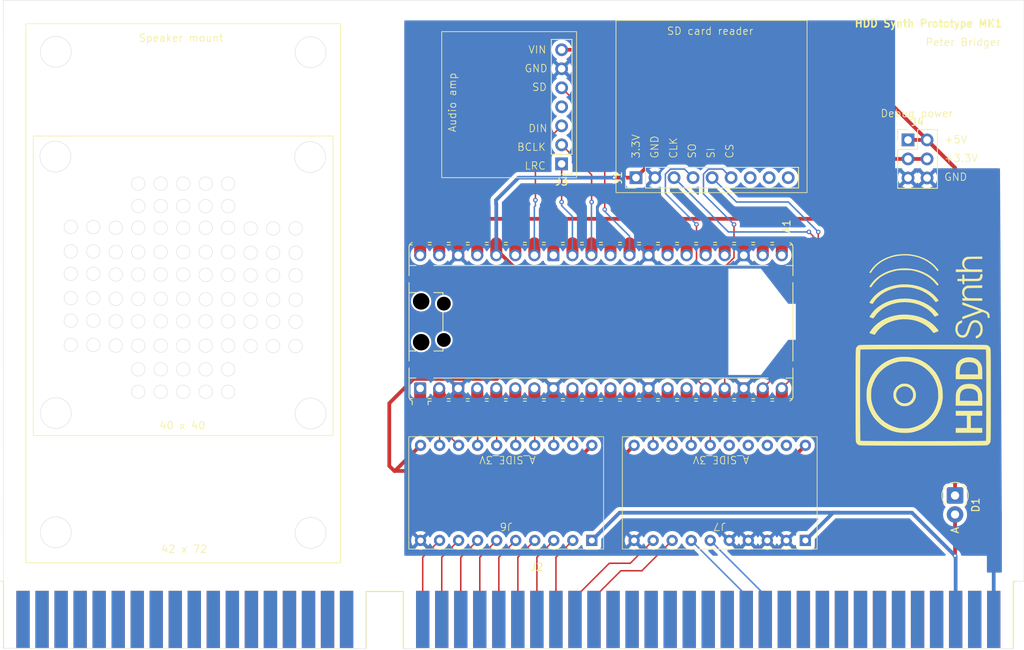
<source format=kicad_pcb>
(kicad_pcb (version 20241229) (generator "pcbnew") (generator_version "9.0")
  (layers (0 "F.Cu" signal) (2 "B.Cu" signal) (13 "F.Paste" user) (15 "B.Paste" user) (5 "F.SilkS" user "F.Silkscreen") (7 "B.SilkS" user "B.Silkscreen") (1 "F.Mask" user) (3 "B.Mask" user) (25 "Edge.Cuts" user))
  (net 0 "")
  (net 1 "Net-(A1-VSYS)")
  (net 2 "/A7")
  (net 3 "GND")
  (net 5 "/A1")
  (net 7 "/A5")
  (net 8 "/A4")
  (net 12 "/A3")
  (net 14 "/A9")
  (net 15 "/A8")
  (net 16 "/A6")
  (net 17 "/A2")
  (net 19 "/A0")
  (net 24 "/IOW")
  (net 25 "/IOR")
  (net 26 "+5V")
  (net 74 "/5V_A2")
  (net 75 "/5V_A8")
  (net 76 "/5V_A4")
  (net 77 "/5V_A3")
  (net 78 "/5V_A9")
  (net 79 "/5V_A6")
  (net 80 "/5V_A5")
  (net 81 "/5V_A1")
  (net 82 "/5V_A0")
  (net 83 "/5V_A7")
  (net 84 "+3.3V")
  (net 85 "/5V_IOR")
  (net 86 "/5V_IOW")
  (net 87 "/SD_SO")
  (net 88 "/SD_CLK")
  (net 89 "/I2S_SD")
  (net 90 "/I2S_LRC")
  (net 91 "/SD_SI")
  (net 92 "/I2S_DIN")
  (net 95 "/I2S_BCLK")
  (net 102 "/SD_CS")
  (footprint "Diode_THT:D_DO-41_SOD81_P2.54mm_Vertical_AnodeUp" (layer "F.Cu") (at 198 119.947818 -90)
    (property "Reference" "D1")
    (property "Value" "1N5817")
  )
  (footprint "CustomGraphics:HDDSynth_Small" (layer "F.Cu") (at 193.750008 99.469301 90)
    (property "Reference" "G***" (hide yes))
    (property "Value" "LOGO" (hide yes))
  )
  (footprint "Connector_PinHeader_2.54mm:PinHeader_2x03_P2.54mm_Vertical" (layer "F.Cu") (at 191.725 72.46)
    (property "Reference" "J4")
    (property "Value" "Conn_02x03_Counter_Clockwise")
  )
  (footprint "Module:RaspberryPi_Pico_Common_Unspecified" (layer "F.Cu") (at 150.75 96.75 90)
    (property "Reference" "A1")
    (property "Value" "RaspberryPi_Pico")
  )
  (footprint "CustomGraphics:TXS0108E_2x10_Header2" (layer "F.Cu") (at 166.6 119.6 180)
    (property "Reference" "J7")
    (property "Value" "Conn_02x10_Counter_Clockwise")
  )
  (footprint "Connector_PinHeader_2.54mm:PinHeader_1x07_P2.54mm_Vertical" (layer "F.Cu") (at 145.5 75.66 180)
    (property "Reference" "J3")
    (property "Value" "Conn_01x07")
  )
  (footprint "Connector_PinHeader_2.54mm:PinHeader_1x09_P2.54mm_Vertical" (layer "F.Cu") (at 155.42 77.5 90)
    (property "Reference" "J1")
    (property "Value" "Conn_01x09")
  )
  (footprint "CustomGraphics:TXS0108E_2x10_Header2" (layer "F.Cu") (at 138.1 119.6 180)
    (property "Reference" "J6")
    (property "Value" "Conn_02x10_Counter_Clockwise")
  )
  (footprint "Connector_PCBEdge:BUS_AT" (layer "F.Cu") (at 203.16 136.5)
    (property "Reference" "J2")
    (property "Value" "Bus_ISA_8bit")
  )
  (gr_rect (start 74 56.938447) (end 116 128.938447) (stroke (width 0.1)) (fill no) (layer "F.SilkS"))
  (gr_rect (start 152.75 56.5) (end 178.25 79.5) (stroke (width 0.1)) (fill no) (layer "F.SilkS"))
  (gr_rect (start 129.5 58) (end 147.5 77.5) (stroke (width 0.1)) (fill no) (layer "F.SilkS"))
  (gr_rect (start 75 71.938447) (end 115 111.938447) (stroke (width 0.1)) (fill no) (layer "F.SilkS"))
  (gr_circle (center 78 124.876894) (end 80 124.376894) (stroke (width 0.05)) (fill no) (layer "Edge.Cuts"))
  (gr_circle (center 110 90.55) (end 110.5 89.8) (stroke (width 0.05)) (fill no) (layer "Edge.Cuts"))
  (gr_circle (center 95 81.301388) (end 95.5 80.551388) (stroke (width 0.05)) (fill no) (layer "Edge.Cuts"))
  (gr_circle (center 80 90.339835) (end 80.5 89.589835) (stroke (width 0.05)) (fill no) (layer "Edge.Cuts"))
  (gr_circle (center 95 84.188447) (end 95.5 83.438447) (stroke (width 0.05)) (fill no) (layer "Edge.Cuts"))
  (gr_circle (center 80 93.589835) (end 80.5 92.839835) (stroke (width 0.05)) (fill no) (layer "Edge.Cuts"))
  (gr_circle (center 89 84.188447) (end 89.5 83.438447) (stroke (width 0.05)) (fill no) (layer "Edge.Cuts"))
  (gr_circle (center 92 106.101388) (end 92.5 105.351388) (stroke (width 0.05)) (fill no) (layer "Edge.Cuts"))
  (gr_circle (center 104 84.287059) (end 104.5 83.537059) (stroke (width 0.05)) (fill no) (layer "Edge.Cuts"))
  (gr_circle (center 98 84.188447) (end 98.5 83.438447) (stroke (width 0.05)) (fill no) (layer "Edge.Cuts"))
  (gr_circle (center 98 81.301388) (end 98.5 80.551388) (stroke (width 0.05)) (fill no) (layer "Edge.Cuts"))
  (gr_circle (center 95 106.101388) (end 95.5 105.351388) (stroke (width 0.05)) (fill no) (layer "Edge.Cuts"))
  (gr_circle (center 83 99.839835) (end 83.5 99.089835) (stroke (width 0.05)) (fill no) (layer "Edge.Cuts"))
  (gr_circle (center 98 87.438447) (end 98.5 86.688447) (stroke (width 0.05)) (fill no) (layer "Edge.Cuts"))
  (gr_circle (center 95 103.101388) (end 95.5 102.351388) (stroke (width 0.05)) (fill no) (layer "Edge.Cuts"))
  (gr_circle (center 80 96.589835) (end 80.5 95.839835) (stroke (width 0.05)) (fill no) (layer "Edge.Cuts"))
  (gr_circle (center 101 93.738447) (end 101.5 92.988447) (stroke (width 0.05)) (fill no) (layer "Edge.Cuts"))
  (gr_circle (center 110 93.8) (end 110.5 93.05) (stroke (width 0.05)) (fill no) (layer "Edge.Cuts"))
  (gr_circle (center 92 78.301388) (end 92.5 77.551388) (stroke (width 0.05)) (fill no) (layer "Edge.Cuts"))
  (gr_circle (center 86 84.188447) (end 86.5 83.438447) (stroke (width 0.05)) (fill no) (layer "Edge.Cuts"))
  (gr_circle (center 98 99.938447) (end 98.5 99.188447) (stroke (width 0.05)) (fill no) (layer "Edge.Cuts"))
  (gr_circle (center 89 90.438447) (end 89.5 89.688447) (stroke (width 0.05)) (fill no) (layer "Edge.Cuts"))
  (gr_poly (pts (xy 205.8 140.4) (xy 124.4 140.4) (xy 124.4 132.8) (xy 119.4 132.8) (xy 119.4 140.4) (xy 71.01 140.35) (xy 71 53.8) (xy 207.2 53.8) (xy 207.2 131.4) (xy 205.8 131.4)) (stroke (width 0.05)) (fill no) (layer "Edge.Cuts"))
  (gr_circle (center 92 87.438447) (end 92.5 86.688447) (stroke (width 0.05)) (fill no) (layer "Edge.Cuts"))
  (gr_circle (center 107 87.537059) (end 107.5 86.787059) (stroke (width 0.05)) (fill no) (layer "Edge.Cuts"))
  (gr_circle (center 101 96.688447) (end 101.5 95.938447) (stroke (width 0.05)) (fill no) (layer "Edge.Cuts"))
  (gr_circle (center 95 90.438447) (end 95.5 89.688447) (stroke (width 0.05)) (fill no) (layer "Edge.Cuts"))
  (gr_circle (center 92 96.688447) (end 92.5 95.938447) (stroke (width 0.05)) (fill no) (layer "Edge.Cuts"))
  (gr_circle (center 101 81.301388) (end 101.5 80.551388) (stroke (width 0.05)) (fill no) (layer "Edge.Cuts"))
  (gr_circle (center 80 99.839835) (end 80.5 99.089835) (stroke (width 0.05)) (fill no) (layer "Edge.Cuts"))
  (gr_circle (center 86 90.438447) (end 86.5 89.688447) (stroke (width 0.05)) (fill no) (layer "Edge.Cuts"))
  (gr_circle (center 83 87.339835) (end 83.5 86.589835) (stroke (width 0.05)) (fill no) (layer "Edge.Cuts"))
  (gr_circle (center 101 87.438447) (end 101.5 86.688447) (stroke (width 0.05)) (fill no) (layer "Edge.Cuts"))
  (gr_circle (center 95 87.438447) (end 95.5 86.688447) (stroke (width 0.05)) (fill no) (layer "Edge.Cuts"))
  (gr_circle (center 112 109) (end 114 108.5) (stroke (width 0.05)) (fill no) (layer "Edge.Cuts"))
  (gr_circle (center 111.938447 74.75) (end 113.938447 74.25) (stroke (width 0.05)) (fill no) (layer "Edge.Cuts"))
  (gr_circle (center 86 87.438447) (end 86.5 86.688447) (stroke (width 0.05)) (fill no) (layer "Edge.Cuts"))
  (gr_circle (center 98 93.738447) (end 98.5 92.988447) (stroke (width 0.05)) (fill no) (layer "Edge.Cuts"))
  (gr_circle (center 110 84.287059) (end 110.5 83.537059) (stroke (width 0.05)) (fill no) (layer "Edge.Cuts"))
  (gr_circle (center 101 99.938447) (end 101.5 99.188447) (stroke (width 0.05)) (fill no) (layer "Edge.Cuts"))
  (gr_circle (center 80 84.089835) (end 80.5 83.339835) (stroke (width 0.05)) (fill no) (layer "Edge.Cuts"))
  (gr_circle (center 104 96.75) (end 104.5 96) (stroke (width 0.05)) (fill no) (layer "Edge.Cuts"))
  (gr_circle (center 98 96.688447) (end 98.5 95.938447) (stroke (width 0.05)) (fill no) (layer "Edge.Cuts"))
  (gr_circle (center 98 106.101388) (end 98.5 105.351388) (stroke (width 0.05)) (fill no) (layer "Edge.Cuts"))
  (gr_circle (center 107 96.75) (end 107.5 96) (stroke (width 0.05)) (fill no) (layer "Edge.Cuts"))
  (gr_circle (center 92 103.101388) (end 92.5 102.351388) (stroke (width 0.05)) (fill no) (layer "Edge.Cuts"))
  (gr_circle (center 92 99.938447) (end 92.5 99.188447) (stroke (width 0.05)) (fill no) (layer "Edge.Cuts"))
  (gr_circle (center 89 99.938447) (end 89.5 99.188447) (stroke (width 0.05)) (fill no) (layer "Edge.Cuts"))
  (gr_circle (center 89 103.101388) (end 89.5 102.351388) (stroke (width 0.05)) (fill no) (layer "Edge.Cuts"))
  (gr_circle (center 89 78.301388) (end 89.5 77.551388) (stroke (width 0.05)) (fill no) (layer "Edge.Cuts"))
  (gr_circle (center 101 78.301388) (end 101.5 77.551388) (stroke (width 0.05)) (fill no) (layer "Edge.Cuts"))
  (gr_circle (center 101 106.101388) (end 101.5 105.351388) (stroke (width 0.05)) (fill no) (layer "Edge.Cuts"))
  (gr_circle (center 89 106.101388) (end 89.5 105.351388) (stroke (width 0.05)) (fill no) (layer "Edge.Cuts"))
  (gr_circle (center 86 93.688447) (end 86.5 92.938447) (stroke (width 0.05)) (fill no) (layer "Edge.Cuts"))
  (gr_circle (center 101 103.101388) (end 101.5 102.351388) (stroke (width 0.05)) (fill no) (layer "Edge.Cuts"))
  (gr_circle (center 104 90.55) (end 104.5 89.8) (stroke (width 0.05)) (fill no) (layer "Edge.Cuts"))
  (gr_circle (center 89 93.688447) (end 89.5 92.938447) (stroke (width 0.05)) (fill no) (layer "Edge.Cuts"))
  (gr_circle (center 86 99.938447) (end 86.5 99.188447) (stroke (width 0.05)) (fill no) (layer "Edge.Cuts"))
  (gr_circle (center 98 78.301388) (end 98.5 77.551388) (stroke (width 0.05)) (fill no) (layer "Edge.Cuts"))
  (gr_circle (center 89 96.688447) (end 89.5 95.938447) (stroke (width 0.05)) (fill no) (layer "Edge.Cuts"))
  (gr_circle (center 107 84.287059) (end 107.5 83.537059) (stroke (width 0.05)) (fill no) (layer "Edge.Cuts"))
  (gr_circle (center 107 90.55) (end 107.5 89.8) (stroke (width 0.05)) (fill no) (layer "Edge.Cuts"))
  (gr_circle (center 95 78.301388) (end 95.5 77.551388) (stroke (width 0.05)) (fill no) (layer "Edge.Cuts"))
  (gr_circle (center 107 100) (end 107.5 99.25) (stroke (width 0.05)) (fill no) (layer "Edge.Cuts"))
  (gr_circle (center 83 96.589835) (end 83.5 95.839835) (stroke (width 0.05)) (fill no) (layer "Edge.Cuts"))
  (gr_circle (center 78 108.938447) (end 80 108.438447) (stroke (width 0.05)) (fill no) (layer "Edge.Cuts"))
  (gr_circle (center 86 96.688447) (end 86.5 95.938447) (stroke (width 0.05)) (fill no) (layer "Edge.Cuts"))
  (gr_circle (center 112 124.938447) (end 114 124.438447) (stroke (width 0.05)) (fill no) (layer "Edge.Cuts"))
  (gr_circle (center 110 100) (end 110.5 99.25) (stroke (width 0.05)) (fill no) (layer "Edge.Cuts"))
  (gr_circle (center 101 90.488447) (end 101.5 89.738447) (stroke (width 0.05)) (fill no) (layer "Edge.Cuts"))
  (gr_circle (center 95 93.688447) (end 95.5 92.938447) (stroke (width 0.05)) (fill no) (layer "Edge.Cuts"))
  (gr_circle (center 83 93.589835) (end 83.5 92.839835) (stroke (width 0.05)) (fill no) (layer "Edge.Cuts"))
  (gr_circle (center 77.938447 74.688447) (end 79.938447 74.188447) (stroke (width 0.05)) (fill no) (layer "Edge.Cuts"))
  (gr_circle (center 80 87.339835) (end 80.5 86.589835) (stroke (width 0.05)) (fill no) (layer "Edge.Cuts"))
  (gr_circle (center 89 81.301388) (end 89.5 80.551388) (stroke (width 0.05)) (fill no) (layer "Edge.Cuts"))
  (gr_circle (center 112 60.75) (end 114 60.25) (stroke (width 0.05)) (fill no) (layer "Edge.Cuts"))
  (gr_circle (center 78 60.688447) (end 80 60.188447) (stroke (width 0.05)) (fill no) (layer "Edge.Cuts"))
  (gr_circle (center 107 93.8) (end 107.5 93.05) (stroke (width 0.05)) (fill no) (layer "Edge.Cuts"))
  (gr_circle (center 92 81.301388) (end 92.5 80.551388) (stroke (width 0.05)) (fill no) (layer "Edge.Cuts"))
  (gr_circle (center 92 93.688447) (end 92.5 92.938447) (stroke (width 0.05)) (fill no) (layer "Edge.Cuts"))
  (gr_circle (center 92 90.438447) (end 92.5 89.688447) (stroke (width 0.05)) (fill no) (layer "Edge.Cuts"))
  (gr_circle (center 89 87.438447) (end 89.5 86.688447) (stroke (width 0.05)) (fill no) (layer "Edge.Cuts"))
  (gr_circle (center 98 103.101388) (end 98.5 102.351388) (stroke (width 0.05)) (fill no) (layer "Edge.Cuts"))
  (gr_circle (center 110 87.537059) (end 110.5 86.787059) (stroke (width 0.05)) (fill no) (layer "Edge.Cuts"))
  (gr_circle (center 104 93.75) (end 104.5 93) (stroke (width 0.05)) (fill no) (layer "Edge.Cuts"))
  (gr_circle (center 101 84.188447) (end 101.5 83.438447) (stroke (width 0.05)) (fill no) (layer "Edge.Cuts"))
  (gr_circle (center 104 87.537059) (end 104.5 86.787059) (stroke (width 0.05)) (fill no) (layer "Edge.Cuts"))
  (gr_circle (center 110 96.75) (end 110.5 96) (stroke (width 0.05)) (fill no) (layer "Edge.Cuts"))
  (gr_circle (center 83 90.339835) (end 83.5 89.589835) (stroke (width 0.05)) (fill no) (layer "Edge.Cuts"))
  (gr_circle (center 83 84.089835) (end 83.5 83.339835) (stroke (width 0.05)) (fill no) (layer "Edge.Cuts"))
  (gr_circle (center 98 90.488447) (end 98.5 89.738447) (stroke (width 0.05)) (fill no) (layer "Edge.Cuts"))
  (gr_circle (center 95 99.938447) (end 95.5 99.188447) (stroke (width 0.05)) (fill no) (layer "Edge.Cuts"))
  (gr_circle (center 95 96.688447) (end 95.5 95.938447) (stroke (width 0.05)) (fill no) (layer "Edge.Cuts"))
  (gr_circle (center 92 84.188447) (end 92.5 83.438447) (stroke (width 0.05)) (fill no) (layer "Edge.Cuts"))
  (gr_circle (center 104 100) (end 104.5 99.25) (stroke (width 0.05)) (fill no) (layer "Edge.Cuts"))
  (gr_text "Audio amp" (at 131.5 71.5 90) (layer "F.SilkS") (effects (font (size 1 1) (thickness 0.1)) (justify left bottom)))
  (gr_text "SI" (at 166 75 90) (layer "F.SilkS") (effects (font (size 1 1) (thickness 0.1)) (justify left bottom)))
  (gr_text "GND" (at 140.5 63.5 0) (layer "F.SilkS") (effects (font (size 1 1) (thickness 0.1)) (justify left bottom)))
  (gr_text "GND" (at 196.5 78 0) (layer "F.SilkS") (effects (font (size 1 1) (thickness 0.1)) (justify left bottom)))
  (gr_text "Debug power" (at 188 69.5 0) (layer "F.SilkS") (effects (font (size 1 1) (thickness 0.1)) (justify left bottom)))
  (gr_text "CLK" (at 161 75 90) (layer "F.SilkS") (effects (font (size 1 1) (thickness 0.1)) (justify left bottom)))
  (gr_text "+5V" (at 196.5 73 0) (layer "F.SilkS") (effects (font (size 1 1) (thickness 0.1)) (justify left bottom)))
  (gr_text "LRC" (at 140.5 76.5 0) (layer "F.SilkS") (effects (font (size 1 1) (thickness 0.1)) (justify left bottom)))
  (gr_text "BCLK" (at 139.5 74 0) (layer "F.SilkS") (effects (font (size 1 1) (thickness 0.1)) (justify left bottom)))
  (gr_text "SD" (at 141.5 66 0) (layer "F.SilkS") (effects (font (size 1 1) (thickness 0.1)) (justify left bottom)))
  (gr_text "Speaker mount" (at 89 59.438447 0) (layer "F.SilkS") (effects (font (size 1 1) (thickness 0.1)) (justify left bottom)))
  (gr_text "SO" (at 163.5 75 90) (layer "F.SilkS") (effects (font (size 1 1) (thickness 0.1)) (justify left bottom)))
  (gr_text "HDD Synth Prototype MK1" (at 184.5 57.5 0) (layer "F.SilkS") (effects (font (size 1 1) (thickness 0.2) (bold yes)) (justify left bottom)))
  (gr_text "SD card reader" (at 159.5 58.5 0) (layer "F.SilkS") (effects (font (size 1 1) (thickness 0.1)) (justify left bottom)))
  (gr_text "Peter Bridger" (at 194 60 0) (layer "F.SilkS") (effects (font (size 1 1) (thickness 0.1)) (justify left bottom)))
  (gr_text "CS" (at 168.5 75 90) (layer "F.SilkS") (effects (font (size 1 1) (thickness 0.1)) (justify left bottom)))
  (gr_text "40 x 40" (at 91.75 111.188447 0) (layer "F.SilkS") (effects (font (size 1 1) (thickness 0.1)) (justify left bottom)))
  (gr_text "GND" (at 158.5 75 90) (layer "F.SilkS") (effects (font (size 1 1) (thickness 0.1)) (justify left bottom)))
  (gr_text "DIN" (at 141 71.5 0) (layer "F.SilkS") (effects (font (size 1 1) (thickness 0.1)) (justify left bottom)))
  (gr_text "42 x 72" (at 92 127.688447 0) (layer "F.SilkS") (effects (font (size 1 1) (thickness 0.1)) (justify left bottom)))
  (gr_text "3.3V" (at 156 75 90) (layer "F.SilkS") (effects (font (size 1 1) (thickness 0.1)) (justify left bottom)))
  (gr_text "VIN" (at 141 61 0) (layer "F.SilkS") (effects (font (size 1 1) (thickness 0.1)) (justify left bottom)))
  (gr_text "+3.3V" (at 196.5 75.5 0) (layer "F.SilkS") (effects (font (size 1 1) (thickness 0.1)) (justify left bottom)))
  (segment (start 133.183746 83) (end 189.75 83) (width 0.5) (layer "F.Cu") (net 1))
  (segment (start 191.725 72.46) (end 194.265 72.46) (width 0.5) (layer "F.Cu") (net 1))
  (segment (start 129.16 87.86) (end 129.16 87.023746) (width 0.5) (layer "F.Cu") (net 1))
  (segment (start 145.5 60.42) (end 182.225 60.42) (width 0.5) (layer "F.Cu") (net 1))
  (segment (start 198 91) (end 198 119.947818) (width 0.5) (layer "F.Cu") (net 1))
  (segment (start 189.75 83) (end 197.75 91) (width 0.5) (layer "F.Cu") (net 1))
  (segment (start 129.16 87.023746) (end 133.183746 83) (width 0.5) (layer "F.Cu") (net 1))
  (segment (start 198 91) (end 198 76.195) (width 0.5) (layer "F.Cu") (net 1))
  (segment (start 197.75 91) (end 198 91) (width 0.5) (layer "F.Cu") (net 1))
  (segment (start 182.225 60.42) (end 198 76.195) (width 0.5) (layer "F.Cu") (net 1))
  (segment (start 198 76.195) (end 194.265 72.46) (width 0.5) (layer "F.Cu") (net 1))
  (segment (start 146.99 108.93) (end 149.48 106.44) (width 0.2) (layer "F.Cu") (net 2))
  (segment (start 146.99 113.25) (end 146.99 108.93) (width 0.2) (layer "F.Cu") (net 2))
  (segment (start 203.16 136.5) (end 203.16 128.41) (width 0.5) (layer "B.Cu") (net 3))
  (segment (start 203.16 128.41) (end 203 128.25) (width 0.2) (layer "B.Cu") (net 3))
  (segment (start 130.594 107.074) (end 129.16 105.64) (width 0.2) (layer "F.Cu") (net 5))
  (segment (start 131.75 113.25) (end 130.594 112.094) (width 0.2) (layer "F.Cu") (net 5))
  (segment (start 130.594 112.094) (end 130.594 107.074) (width 0.2) (layer "F.Cu") (net 5))
  (segment (start 141.91 113.25) (end 141.91 106.49) (width 0.2) (layer "F.Cu") (net 7))
  (segment (start 141.91 106.49) (end 141.86 106.44) (width 0.2) (layer "F.Cu") (net 7))
  (segment (start 139.37 106.49) (end 139.32 106.44) (width 0.2) (layer "F.Cu") (net 8))
  (segment (start 139.37 113.25) (end 139.37 106.49) (width 0.2) (layer "F.Cu") (net 8))
  (segment (start 136.83 113.25) (end 136.83 106.49) (width 0.2) (layer "F.Cu") (net 12))
  (segment (start 136.83 106.49) (end 136.78 106.44) (width 0.2) (layer "F.Cu") (net 12))
  (segment (start 160.25 112.13) (end 154.56 106.44) (width 0.2) (layer "F.Cu") (net 14))
  (segment (start 160.25 113.25) (end 160.25 112.13) (width 0.2) (layer "F.Cu") (net 14))
  (segment (start 157.71 112.13) (end 152.02 106.44) (width 0.2) (layer "F.Cu") (net 15))
  (segment (start 157.71 113.25) (end 157.71 112.13) (width 0.2) (layer "F.Cu") (net 15))
  (segment (start 144.45 108.93) (end 146.94 106.44) (width 0.2) (layer "F.Cu") (net 16))
  (segment (start 144.45 113.25) (end 144.45 108.93) (width 0.2) (layer "F.Cu") (net 16))
  (segment (start 134.29 113.25) (end 134.29 106.49) (width 0.2) (layer "F.Cu") (net 17))
  (segment (start 134.29 106.49) (end 134.24 106.44) (width 0.2) (layer "F.Cu") (net 17))
  (segment (start 129.21 109.03) (end 126.62 106.44) (width 0.2) (layer "F.Cu") (net 19))
  (segment (start 129.21 113.25) (end 129.21 109.03) (width 0.2) (layer "F.Cu") (net 19))
  (segment (start 165.33 109.59) (end 162.18 106.44) (width 0.2) (layer "F.Cu") (net 24))
  (segment (start 165.33 113.25) (end 165.33 109.59) (width 0.2) (layer "F.Cu") (net 24))
  (segment (start 162.79 109.59) (end 159.64 106.44) (width 0.2) (layer "F.Cu") (net 25))
  (segment (start 162.79 113.25) (end 162.79 109.59) (width 0.2) (layer "F.Cu") (net 25))
  (segment (start 198 128) (end 198 122.487818) (width 0.5) (layer "F.Cu") (net 26))
  (via (at 198 128) (size 0.6) (drill 0.3) (layers "F.Cu" "B.Cu") (net 26))
  (segment (start 198.08 136.5) (end 198.08 133.58) (width 0.2) (layer "B.Cu") (net 26))
  (segment (start 198.08 128.08) (end 198 128) (width 0.2) (layer "B.Cu") (net 26))
  (segment (start 198.08 128.08) (end 192.25 122.25) (width 0.5) (layer "B.Cu") (net 26))
  (segment (start 182.5 122.25) (end 153.23 122.25) (width 0.5) (layer "B.Cu") (net 26))
  (segment (start 198.08 136.5) (end 198.08 128.08) (width 0.5) (layer "B.Cu") (net 26))
  (segment (start 178.03 125.95) (end 181.73 122.25) (width 0.5) (layer "B.Cu") (net 26))
  (segment (start 181.73 122.25) (end 182.5 122.25) (width 0.5) (layer "B.Cu") (net 26))
  (segment (start 192.25 122.25) (end 182.5 122.25) (width 0.5) (layer "B.Cu") (net 26))
  (segment (start 153.23 122.25) (end 149.53 125.95) (width 0.5) (layer "B.Cu") (net 26))
  (segment (start 132.04 136.5) (end 132.04 128.2) (width 0.2) (layer "F.Cu") (net 74))
  (segment (start 132.04 128.2) (end 134.29 125.95) (width 0.2) (layer "F.Cu") (net 74))
  (segment (start 147.28 136.5) (end 147.28 133.34) (width 0.2) (layer "F.Cu") (net 75))
  (segment (start 154.66 129) (end 157.71 125.95) (width 0.2) (layer "F.Cu") (net 75))
  (segment (start 147.28 133.58) (end 151.86 129) (width 0.2) (layer "F.Cu") (net 75))
  (segment (start 151.86 129) (end 154.66 129) (width 0.2) (layer "F.Cu") (net 75))
  (segment (start 147.28 136.5) (end 147.28 133.58) (width 0.2) (layer "F.Cu") (net 75))
  (segment (start 137.12 128.2) (end 139.37 125.95) (width 0.2) (layer "F.Cu") (net 76))
  (segment (start 137.12 136.5) (end 137.12 128.2) (width 0.2) (layer "F.Cu") (net 76))
  (segment (start 134.58 136.5) (end 134.58 128.2) (width 0.2) (layer "F.Cu") (net 77))
  (segment (start 134.58 128.2) (end 136.83 125.95) (width 0.2) (layer "F.Cu") (net 77))
  (segment (start 153.4 130) (end 156.25 130) (width 0.2) (layer "F.Cu") (net 78))
  (segment (start 149.82 136.5) (end 149.82 133.58) (width 0.2) (layer "F.Cu") (net 78))
  (segment (start 149.82 136.5) (end 149.82 133.34) (width 0.2) (layer "F.Cu") (net 78))
  (segment (start 156.25 130) (end 156.25 129.95) (width 0.2) (layer "F.Cu") (net 78))
  (segment (start 149.82 133.58) (end 153.4 130) (width 0.2) (layer "F.Cu") (net 78))
  (segment (start 156.25 129.95) (end 160.25 125.95) (width 0.2) (layer "F.Cu") (net 78))
  (segment (start 142.2 136.5) (end 142.2 128.2) (width 0.2) (layer "F.Cu") (net 79))
  (segment (start 142.2 128.2) (end 144.45 125.95) (width 0.2) (layer "F.Cu") (net 79))
  (segment (start 139.66 128.2) (end 141.91 125.95) (width 0.2) (layer "F.Cu") (net 80))
  (segment (start 139.66 136.5) (end 139.66 128.2) (width 0.2) (layer "F.Cu") (net 80))
  (segment (start 139.66 136.5) (end 140.1 136.06) (width 0.2) (layer "F.Cu") (net 80))
  (segment (start 129.5 136.5) (end 129.5 128.2) (width 0.2) (layer "F.Cu") (net 81))
  (segment (start 129.5 128.2) (end 131.75 125.95) (width 0.2) (layer "F.Cu") (net 81))
  (segment (start 126.96 136.5) (end 126.96 128.2) (width 0.2) (layer "F.Cu") (net 82))
  (segment (start 126.96 128.2) (end 129.21 125.95) (width 0.2) (layer "F.Cu") (net 82))
  (segment (start 144.74 136.5) (end 144.74 128.2) (width 0.2) (layer "F.Cu") (net 83))
  (segment (start 144.74 128.2) (end 146.99 125.95) (width 0.2) (layer "F.Cu") (net 83))
  (segment (start 123.17 116.67) (end 123.25 116.67) (width 0.5) (layer "F.Cu") (net 84))
  (segment (start 140.951 100.299) (end 136.866 104.384) (width 0.5) (layer "F.Cu") (net 84))
  (segment (start 155.17 113.25) (end 151.75 116.67) (width 0.5) (layer "F.Cu") (net 84))
  (segment (start 174.61 116.67) (end 151.75 116.67) (width 0.5) (layer "F.Cu") (net 84))
  (segment (start 122.5 107.633804) (end 122.5 116) (width 0.5) (layer "F.Cu") (net 84))
  (segment (start 136.78 87.089182) (end 140.951 91.260182) (width 0.5) (layer "F.Cu") (net 84))
  (segment (start 146.11 116.67) (end 123.25 116.67) (width 0.5) (layer "F.Cu") (net 84))
  (segment (start 149.53 113.25) (end 146.11 116.67) (width 0.5) (layer "F.Cu") (net 84))
  (segment (start 151.75 116.67) (end 146.11 116.67) (width 0.5) (layer "F.Cu") (net 84))
  (segment (start 157.92 75) (end 191.725 75) (width 0.5) (layer "F.Cu") (net 84))
  (segment (start 178.03 113.25) (end 174.61 116.67) (width 0.5) (layer "F.Cu") (net 84))
  (segment (start 155.42 77.5) (end 157.92 75) (width 0.5) (layer "F.Cu") (net 84))
  (segment (start 123.25 116.67) (end 126.67 113.25) (width 0.5) (layer "F.Cu") (net 84))
  (segment (start 155.42 77.5) (end 152.5 77.5) (width 0.5) (layer "F.Cu") (net 84))
  (segment (start 122.5 116) (end 123.17 116.67) (width 0.5) (layer "F.Cu") (net 84))
  (segment (start 194.265 75) (end 191.725 75) (width 0.5) (layer "F.Cu") (net 84))
  (segment (start 140.951 91.260182) (end 140.951 100.299) (width 0.5) (layer "F.Cu") (net 84))
  (segment (start 125.749804 104.384) (end 122.5 107.633804) (width 0.5) (layer "F.Cu") (net 84))
  (segment (start 136.78 87.06) (end 136.78 87.089182) (width 0.5) (layer "F.Cu") (net 84))
  (segment (start 136.866 104.384) (end 125.749804 104.384) (width 0.5) (layer "F.Cu") (net 84))
  (via (at 152.5 77.5) (size 0.6) (drill 0.3) (layers "F.Cu" "B.Cu") (net 84))
  (segment (start 136.78 81.03) (end 136.78 87.86) (width 0.5) (layer "B.Cu") (net 84))
  (segment (start 136.75 80.5) (end 136.75 81) (width 0.5) (layer "B.Cu") (net 84))
  (segment (start 152.5 77.5) (end 139.75 77.5) (width 0.5) (layer "B.Cu") (net 84))
  (segment (start 136.75 81) (end 136.78 81.03) (width 0.5) (layer "B.Cu") (net 84))
  (segment (start 139.75 77.5) (end 136.75 80.5) (width 0.5) (layer "B.Cu") (net 84))
  (segment (start 170.14 136.5) (end 170.14 133.3) (width 0.2) (layer "B.Cu") (net 85))
  (segment (start 170.14 133.3) (end 162.79 125.95) (width 0.2) (layer "B.Cu") (net 85))
  (segment (start 172.68 133.3) (end 165.33 125.95) (width 0.2) (layer "B.Cu") (net 86))
  (segment (start 172.68 136.5) (end 172.68 133.3) (width 0.2) (layer "B.Cu") (net 86))
  (segment (start 164.72 105.64) (end 163.5 104.42) (width 0.2) (layer "F.Cu") (net 87))
  (segment (start 163.5 104.42) (end 163.5 83.75) (width 0.2) (layer "F.Cu") (net 87))
  (via (at 163.5 83.75) (size 0.6) (drill 0.3) (layers "F.Cu" "B.Cu") (net 87))
  (segment (start 159.349 77.02324) (end 160.02324 76.349) (width 0.2) (layer "B.Cu") (net 87))
  (segment (start 160.02324 76.349) (end 161.889 76.349) (width 0.2) (layer "B.Cu") (net 87))
  (segment (start 159.349 79.599) (end 159.349 77.02324) (width 0.2) (layer "B.Cu") (net 87))
  (segment (start 163.5 83.75) (end 159.349 79.599) (width 0.2) (layer "B.Cu") (net 87))
  (segment (start 161.889 76.349) (end 163.04 77.5) (width 0.2) (layer "B.Cu") (net 87))
  (segment (start 172.34 105.64) (end 179.349 98.631) (width 0.2) (layer "F.Cu") (net 88))
  (segment (start 179.349 98.631) (end 179.349 85.599) (width 0.2) (layer "F.Cu") (net 88))
  (segment (start 179.349 85.599) (end 178.5 84.75) (width 0.2) (layer "F.Cu") (net 88))
  (via (at 178.5 84.75) (size 0.6) (drill 0.3) (layers "F.Cu" "B.Cu") (net 88))
  (segment (start 178.5 84.75) (end 167.75 84.75) (width 0.2) (layer "B.Cu") (net 88))
  (segment (start 167.75 84.75) (end 160.5 77.5) (width 0.2) (layer "B.Cu") (net 88))
  (segment (start 145.5 65.5) (end 151.25 71.25) (width 0.2) (layer "F.Cu") (net 89))
  (segment (start 151.25 71.25) (end 151.25 81.75) (width 0.2) (layer "F.Cu") (net 89))
  (via (at 151.25 81.75) (size 0.6) (drill 0.3) (layers "F.Cu" "B.Cu") (net 89))
  (segment (start 151.25 81.75) (end 151.25 82) (width 0.2) (layer "B.Cu") (net 89))
  (segment (start 151.25 82) (end 154.56 85.31) (width 0.2) (layer "B.Cu") (net 89))
  (segment (start 154.56 85.31) (end 154.56 87.86) (width 0.2) (layer "B.Cu") (net 89))
  (segment (start 145.5 75.66) (end 145.5 80.75) (width 0.2) (layer "F.Cu") (net 90))
  (via (at 145.5 80.75) (size 0.6) (drill 0.3) (layers "F.Cu" "B.Cu") (net 90))
  (segment (start 145.5 80.75) (end 145.5 81.25) (width 0.2) (layer "B.Cu") (net 90))
  (segment (start 145.5 81.25) (end 146.94 82.69) (width 0.2) (layer "B.Cu") (net 90))
  (segment (start 146.94 82.69) (end 146.94 87.86) (width 0.2) (layer "B.Cu") (net 90))
  (segment (start 179.75 100.77) (end 179.75 84.75) (width 0.2) (layer "F.Cu") (net 91))
  (segment (start 174.88 105.64) (end 179.75 100.77) (width 0.2) (layer "F.Cu") (net 91))
  (via (at 179.75 84.75) (size 0.6) (drill 0.3) (layers "F.Cu" "B.Cu") (net 91))
  (segment (start 175.75 80.75) (end 168.83 80.75) (width 0.2) (layer "B.Cu") (net 91))
  (segment (start 168.83 80.75) (end 165.58 77.5) (width 0.2) (layer "B.Cu") (net 91))
  (segment (start 179.75 84.75) (end 175.75 80.75) (width 0.2) (layer "B.Cu") (net 91))
  (segment (start 142 74.08) (end 142 80.5) (width 0.2) (layer "F.Cu") (net 92))
  (segment (start 145.5 70.58) (end 142 74.08) (width 0.2) (layer "F.Cu") (net 92))
  (via (at 142 80.5) (size 0.6) (drill 0.3) (layers "F.Cu" "B.Cu") (net 92))
  (segment (start 141.86 81.39) (end 141.86 87.86) (width 0.2) (layer "B.Cu") (net 92))
  (segment (start 142 81.25) (end 141.86 81.39) (width 0.2) (layer "B.Cu") (net 92))
  (segment (start 142 80.5) (end 142 81.25) (width 0.2) (layer "B.Cu") (net 92))
  (segment (start 149.5 77.12) (end 149.5 80.75) (width 0.2) (layer "F.Cu") (net 95))
  (segment (start 145.5 73.12) (end 149.5 77.12) (width 0.2) (layer "F.Cu") (net 95))
  (via (at 149.5 80.75) (size 0.6) (drill 0.3) (layers "F.Cu" "B.Cu") (net 95))
  (segment (start 149.48 80.77) (end 149.48 87.86) (width 0.2) (layer "B.Cu") (net 95))
  (segment (start 149.5 80.75) (end 149.48 80.77) (width 0.2) (layer "B.Cu") (net 95))
  (segment (start 167.26 89.41705) (end 168.5 88.17705) (width 0.2) (layer "F.Cu") (net 102))
  (segment (start 167.26 105.64) (end 167.26 89.41705) (width 0.2) (layer "F.Cu") (net 102))
  (segment (start 168.5 88.17705) (end 168.5 83.75) (width 0.2) (layer "F.Cu") (net 102))
  (via (at 168.5 83.75) (size 0.6) (drill 0.3) (layers "F.Cu" "B.Cu") (net 102))
  (segment (start 164.429 77.02324) (end 165.10324 76.349) (width 0.2) (layer "B.Cu") (net 102))
  (segment (start 164.429 79.679) (end 164.429 77.02324) (width 0.2) (layer "B.Cu") (net 102))
  (segment (start 168.5 83.75) (end 164.429 79.679) (width 0.2) (layer "B.Cu") (net 102))
  (segment (start 166.969 76.349) (end 168.12 77.5) (width 0.2) (layer "B.Cu") (net 102))
  (segment (start 165.10324 76.349) (end 166.969 76.349) (width 0.2) (layer "B.Cu") (net 102))
  (zone (net 3) (net_name "GND") (layer "B.Cu") (name "Ground _Plane") (connect_pads (clearance 0.5)) (min_thickness 0.25) (fill yes (thermal_gap 0.5) (thermal_bridge_width 0.5) (island_removal_mode 1) (island_area_min 10))
    (polygon (pts (xy 124.5 100.5) (xy 124.5 79) (xy 124.5 56.5) (xy 190 56.5) (xy 190 76.25) (xy 204 76.25) (xy 204.234597 121.996493) (xy 204.25 121.996502) (xy 204.25 130.25) (xy 202.25 130.25) (xy 202.25 128) (xy 181.5 128) (xy 181.5 128) (xy 179.25 128) (xy 179.25 128) (xy 124.5 128)))
  )
)
</source>
